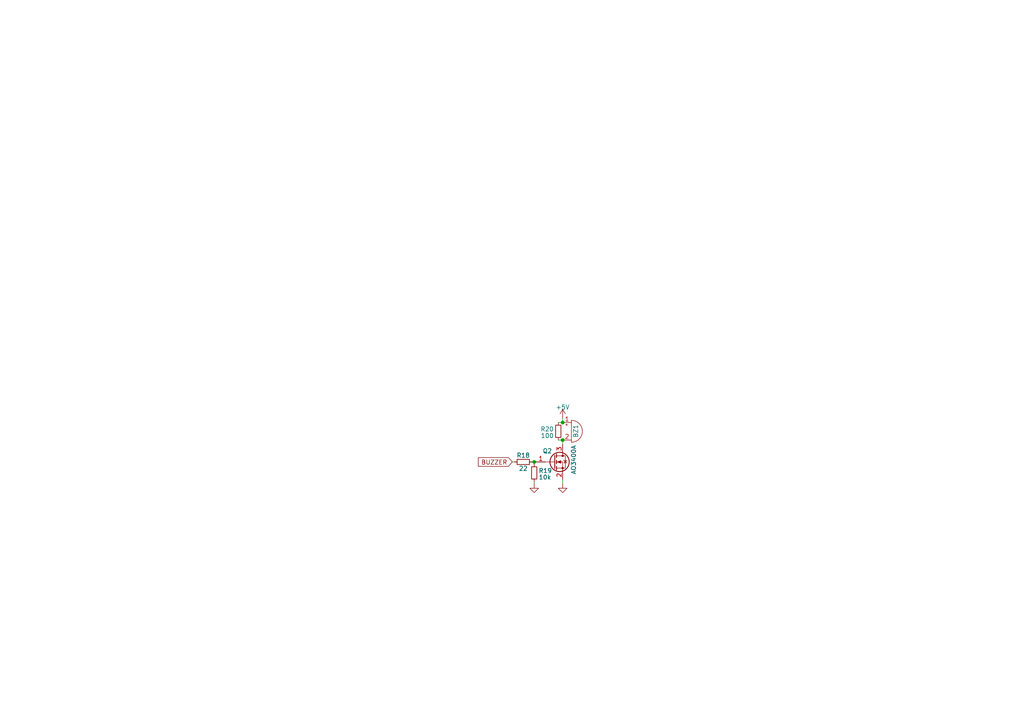
<source format=kicad_sch>
(kicad_sch (version 20250114) (generator "eeschema") (generator_version "9.0")
  (paper "A4")
  (lib_symbols
    (symbol "Device:Buzzer" (pin_names (offset 0.0254) (hide yes))
      (property "Reference" "BZ" (at 3.81 1.27 0))
      (property "Value" "Buzzer" (at 3.81 -1.27 0))
      (symbol "Buzzer_0_1"
        (polyline (pts (xy -1.651 1.905) (xy -1.143 1.905)))
        (polyline (pts (xy -1.397 2.159) (xy -1.397 1.651)))
        (arc (start 0 3.175) (mid 3.1612 0) (end 0 -3.175))
        (polyline (pts (xy 0 3.175) (xy 0 -3.175)))
      )
      (symbol "Buzzer_1_1"
        (pin passive line (at -2.54 2.54 0) (length 2.54) (name "+") (number "1"))
        (pin passive line (at -2.54 -2.54 0) (length 2.54) (name "-") (number "2"))
      )
    )
    (symbol "Device:R_Small" (pin_numbers (hide yes)) (pin_names (offset 0.254) (hide yes))
      (property "Reference" "R" (at 0.762 0.508 0))
      (property "Value" "R_Small" (at 0.762 -1.016 0))
      (symbol "R_Small_0_1"
        (rectangle (start -0.762 1.778) (end 0.762 -1.778) (stroke (width 0.2032)))
      )
      (symbol "R_Small_1_1"
        (pin passive line (at 0 2.54 270) (length 0.762) (name "~") (number "1"))
        (pin passive line (at 0 -2.54 90) (length 0.762) (name "~") (number "2"))
      )
    )
    (symbol "Transistor_FET:AO3400A" (pin_names (hide yes))
      (property "Reference" "Q" (at 5.08 1.905 0))
      (property "Value" "AO3400A" (at 5.08 0 0))
      (symbol "AO3400A_0_1"
        (polyline (pts (xy 0.254 1.905) (xy 0.254 -1.905)) (stroke (width 0.254)))
        (polyline (pts (xy 0.254 0) (xy -2.54 0)))
        (polyline (pts (xy 0.762 2.286) (xy 0.762 1.27)) (stroke (width 0.254)))
        (polyline (pts (xy 0.762 0.508) (xy 0.762 -0.508)) (stroke (width 0.254)))
        (polyline (pts (xy 0.762 -1.27) (xy 0.762 -2.286)) (stroke (width 0.254)))
        (polyline (pts (xy 0.762 -1.778) (xy 3.302 -1.778) (xy 3.302 1.778) (xy 0.762 1.778)))
        (polyline (pts (xy 1.016 0) (xy 2.032 0.381) (xy 2.032 -0.381) (xy 1.016 0)) (fill (type outline)))
        (circle (center 1.651 0) (radius 2.794) (stroke (width 0.254)))
        (polyline (pts (xy 2.54 2.54) (xy 2.54 1.778)))
        (circle (center 2.54 1.778) (radius 0.254) (fill (type outline)))
        (circle (center 2.54 -1.778) (radius 0.254) (fill (type outline)))
        (polyline (pts (xy 2.54 -2.54) (xy 2.54 0) (xy 0.762 0)))
        (polyline (pts (xy 2.794 0.508) (xy 2.921 0.381) (xy 3.683 0.381) (xy 3.81 0.254)))
        (polyline (pts (xy 3.302 0.381) (xy 2.921 -0.254) (xy 3.683 -0.254) (xy 3.302 0.381)))
      )
      (symbol "AO3400A_1_1"
        (pin input line (at -5.08 0 0) (length 2.54) (name "G") (number "1"))
        (pin passive line (at 2.54 5.08 270) (length 2.54) (name "D") (number "3"))
        (pin passive line (at 2.54 -5.08 90) (length 2.54) (name "S") (number "2"))
      )
    )
    (symbol "power:+5V" (power) (pin_names (offset 0))
      (property "Value" "+5V" (at 0 3.556 0))
      (symbol "+5V_0_1"
        (polyline (pts (xy -0.762 1.27) (xy 0 2.54)))
        (polyline (pts (xy 0 2.54) (xy 0.762 1.27)))
        (polyline (pts (xy 0 0) (xy 0 2.54)))
      )
      (symbol "+5V_1_1"
        (pin power_in line (at 0 0 90) (length 0) (hide yes) (name "+5V") (number "1"))
      )
    )
    (symbol "power:GND" (power) (pin_numbers (hide yes)) (pin_names (offset 0) (hide yes))
      (property "Value" "GND" (at 0 -3.81 0))
      (symbol "GND_0_1"
        (polyline (pts (xy 0 0) (xy 0 -1.27) (xy 1.27 -1.27) (xy 0 -2.54) (xy -1.27 -1.27) (xy 0 -1.27)))
      )
      (symbol "GND_1_1"
        (pin power_in line (at 0 0 270) (length 0) (name "~") (number "1"))
      )
    )
  )
  (junction (at 154.94 133.985))
  (junction (at 163.195 122.555))
  (junction (at 163.195 127.635))
  (wire (pts (xy 154.305 133.985) (xy 154.94 133.985)))
  (wire (pts (xy 163.195 139.065) (xy 163.195 140.335)))
  (wire (pts (xy 163.195 121.285) (xy 163.195 122.555)))
  (wire (pts (xy 161.925 127.635) (xy 163.195 127.635)))
  (wire (pts (xy 154.94 139.7) (xy 154.94 140.335)))
  (wire (pts (xy 161.925 122.555) (xy 163.195 122.555)))
  (wire (pts (xy 154.94 133.985) (xy 155.575 133.985)))
  (wire (pts (xy 163.195 127.635) (xy 163.195 128.905)))
  (wire (pts (xy 154.94 133.985) (xy 154.94 134.62)))
  (wire (pts (xy 148.59 133.985) (xy 149.225 133.985)))
  (global_label "BUZZER" (shape input) (at 148.59 133.985 180) (property "Intersheetrefs" "${INTERSHEET_REFS}" (effects (hide yes))))
  (symbol (lib_id "power:+5V") (at 163.195 121.285 0) (unit 1)
    (property "Reference" "#PWR063" (effects (hide yes)))
    (property "Value" "+5V" (at 163.195 118.11 0))
  )
  (symbol (lib_id "Device:Buzzer") (at 165.735 125.095 0) (unit 1)
    (property "Reference" "BZ1" (at 167.005 127 90) (effects (justify left)))
    (property "Value" "HC6035" (effects (hide yes)))
    (property "Footprint" "my_additions:Buzzer-6636CY-HC6035" (effects (hide yes)))
    (property "Link" "https://aliexpress.ru/item/1005005412732718.html?sku_id=12000032953356348" (effects (hide yes)))
  )
  (symbol (lib_id "Device:R_Small") (at 161.925 125.095 180) (unit 1)
    (property "Reference" "R20" (at 160.655 124.46 0) (effects (justify left)))
    (property "Value" "100" (at 160.655 126.365 0) (effects (justify left)))
    (property "Footprint" "Resistor_SMD:R_0805_2012Metric" (effects (hide yes)))
    (property "Link" "https://www.chipdip.ru/product/0.125w-0805-100-om-1" (effects (hide yes)))
  )
  (symbol (lib_id "Transistor_FET:AO3400A") (at 160.655 133.985 0) (unit 1)
    (property "Reference" "Q2" (at 158.75 130.81 0))
    (property "Value" "AO3400A" (at 166.37 133.35 90))
    (property "Footprint" "Package_TO_SOT_SMD:SOT-23" (effects (hide yes)))
    (property "Datasheet" "http://www.aosmd.com/pdfs/datasheet/AO3400A.pdf" (effects (hide yes)))
    (property "Link" "https://www.chipdip.ru/product/ao3400a" (effects (hide yes)))
  )
  (symbol (lib_id "power:GND") (at 154.94 140.335 0) (unit 1)
    (property "Reference" "#PWR034" (effects (hide yes)))
    (property "Value" "GND" (effects (hide yes)))
    (property "Description" "Power symbol creates a global label with name \"GND\" , ground" (effects (hide yes)))
  )
  (symbol (lib_id "Device:R_Small") (at 154.94 137.16 0) (mirror x) (unit 1)
    (property "Reference" "R19" (at 156.21 136.525 0) (effects (justify left)))
    (property "Value" "10k" (at 156.21 138.43 0) (effects (justify left)))
    (property "Footprint" "Resistor_SMD:R_0805_2012Metric" (effects (hide yes)))
    (property "Link" "https://www.chipdip.ru/product/0.125w-0805-10-kom-1" (effects (hide yes)))
  )
  (symbol (lib_id "Device:R_Small") (at 151.765 133.985 90) (unit 1)
    (property "Reference" "R18" (at 151.765 132.08 90))
    (property "Value" "22" (at 151.765 135.89 90))
    (property "Footprint" "Resistor_SMD:R_0805_2012Metric" (effects (hide yes)))
    (property "Link" "https://www.chipdip.ru/product/0.125w-0805-22-om-1" (effects (hide yes)))
  )
  (symbol (lib_id "power:GND") (at 163.195 140.335 0) (unit 1)
    (property "Reference" "#PWR035" (effects (hide yes)))
    (property "Value" "GND" (effects (hide yes)))
    (property "Description" "Power symbol creates a global label with name \"GND\" , ground" (effects (hide yes)))
  )
)
</source>
